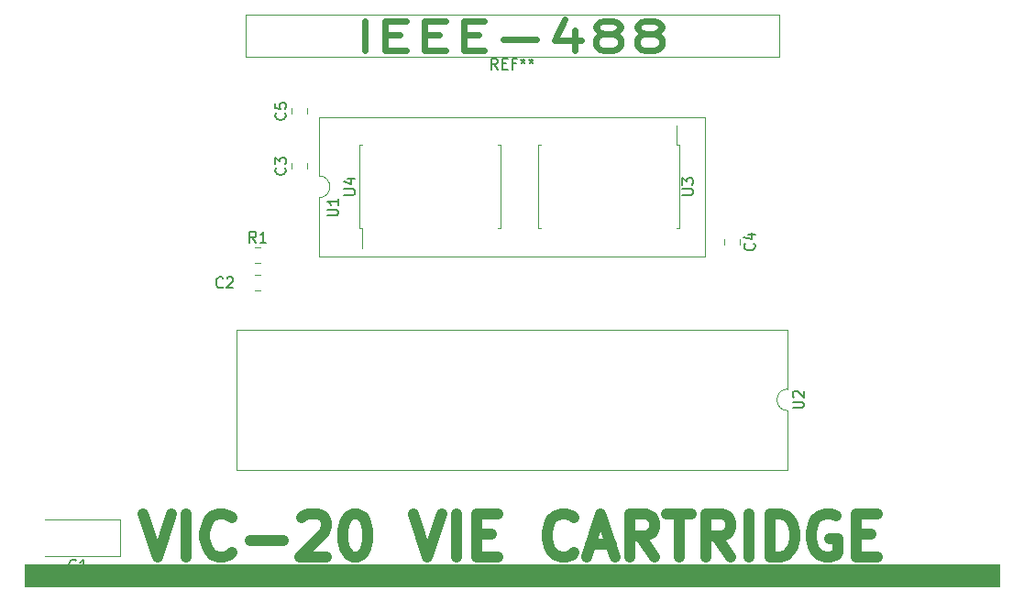
<source format=gbr>
%TF.GenerationSoftware,KiCad,Pcbnew,(5.1.9)-1*%
%TF.CreationDate,2021-06-11T00:57:41-04:00*%
%TF.ProjectId,IEEE488-VIE,49454545-3438-4382-9d56-49452e6b6963,rev?*%
%TF.SameCoordinates,Original*%
%TF.FileFunction,Legend,Top*%
%TF.FilePolarity,Positive*%
%FSLAX46Y46*%
G04 Gerber Fmt 4.6, Leading zero omitted, Abs format (unit mm)*
G04 Created by KiCad (PCBNEW (5.1.9)-1) date 2021-06-11 00:57:41*
%MOMM*%
%LPD*%
G01*
G04 APERTURE LIST*
%ADD10C,1.000000*%
%ADD11C,0.100000*%
%ADD12C,0.120000*%
%ADD13C,0.150000*%
%ADD14C,0.600000*%
G04 APERTURE END LIST*
D10*
X115764761Y-107029523D02*
X117098095Y-111029523D01*
X118431428Y-107029523D01*
X119764761Y-111029523D02*
X119764761Y-107029523D01*
X123955238Y-110648571D02*
X123764761Y-110839047D01*
X123193333Y-111029523D01*
X122812380Y-111029523D01*
X122240952Y-110839047D01*
X121860000Y-110458095D01*
X121669523Y-110077142D01*
X121479047Y-109315238D01*
X121479047Y-108743809D01*
X121669523Y-107981904D01*
X121860000Y-107600952D01*
X122240952Y-107220000D01*
X122812380Y-107029523D01*
X123193333Y-107029523D01*
X123764761Y-107220000D01*
X123955238Y-107410476D01*
X125669523Y-109505714D02*
X128717142Y-109505714D01*
X130431428Y-107410476D02*
X130621904Y-107220000D01*
X131002857Y-107029523D01*
X131955238Y-107029523D01*
X132336190Y-107220000D01*
X132526666Y-107410476D01*
X132717142Y-107791428D01*
X132717142Y-108172380D01*
X132526666Y-108743809D01*
X130240952Y-111029523D01*
X132717142Y-111029523D01*
X135193333Y-107029523D02*
X135574285Y-107029523D01*
X135955238Y-107220000D01*
X136145714Y-107410476D01*
X136336190Y-107791428D01*
X136526666Y-108553333D01*
X136526666Y-109505714D01*
X136336190Y-110267619D01*
X136145714Y-110648571D01*
X135955238Y-110839047D01*
X135574285Y-111029523D01*
X135193333Y-111029523D01*
X134812380Y-110839047D01*
X134621904Y-110648571D01*
X134431428Y-110267619D01*
X134240952Y-109505714D01*
X134240952Y-108553333D01*
X134431428Y-107791428D01*
X134621904Y-107410476D01*
X134812380Y-107220000D01*
X135193333Y-107029523D01*
X140717142Y-107029523D02*
X142050476Y-111029523D01*
X143383809Y-107029523D01*
X144717142Y-111029523D02*
X144717142Y-107029523D01*
X146621904Y-108934285D02*
X147955238Y-108934285D01*
X148526666Y-111029523D02*
X146621904Y-111029523D01*
X146621904Y-107029523D01*
X148526666Y-107029523D01*
X155574285Y-110648571D02*
X155383809Y-110839047D01*
X154812380Y-111029523D01*
X154431428Y-111029523D01*
X153860000Y-110839047D01*
X153479047Y-110458095D01*
X153288571Y-110077142D01*
X153098095Y-109315238D01*
X153098095Y-108743809D01*
X153288571Y-107981904D01*
X153479047Y-107600952D01*
X153860000Y-107220000D01*
X154431428Y-107029523D01*
X154812380Y-107029523D01*
X155383809Y-107220000D01*
X155574285Y-107410476D01*
X157098095Y-109886666D02*
X159002857Y-109886666D01*
X156717142Y-111029523D02*
X158050476Y-107029523D01*
X159383809Y-111029523D01*
X163002857Y-111029523D02*
X161669523Y-109124761D01*
X160717142Y-111029523D02*
X160717142Y-107029523D01*
X162240952Y-107029523D01*
X162621904Y-107220000D01*
X162812380Y-107410476D01*
X163002857Y-107791428D01*
X163002857Y-108362857D01*
X162812380Y-108743809D01*
X162621904Y-108934285D01*
X162240952Y-109124761D01*
X160717142Y-109124761D01*
X164145714Y-107029523D02*
X166431428Y-107029523D01*
X165288571Y-111029523D02*
X165288571Y-107029523D01*
X170050476Y-111029523D02*
X168717142Y-109124761D01*
X167764761Y-111029523D02*
X167764761Y-107029523D01*
X169288571Y-107029523D01*
X169669523Y-107220000D01*
X169860000Y-107410476D01*
X170050476Y-107791428D01*
X170050476Y-108362857D01*
X169860000Y-108743809D01*
X169669523Y-108934285D01*
X169288571Y-109124761D01*
X167764761Y-109124761D01*
X171764761Y-111029523D02*
X171764761Y-107029523D01*
X173669523Y-111029523D02*
X173669523Y-107029523D01*
X174621904Y-107029523D01*
X175193333Y-107220000D01*
X175574285Y-107600952D01*
X175764761Y-107981904D01*
X175955238Y-108743809D01*
X175955238Y-109315238D01*
X175764761Y-110077142D01*
X175574285Y-110458095D01*
X175193333Y-110839047D01*
X174621904Y-111029523D01*
X173669523Y-111029523D01*
X179764761Y-107220000D02*
X179383809Y-107029523D01*
X178812380Y-107029523D01*
X178240952Y-107220000D01*
X177860000Y-107600952D01*
X177669523Y-107981904D01*
X177479047Y-108743809D01*
X177479047Y-109315238D01*
X177669523Y-110077142D01*
X177860000Y-110458095D01*
X178240952Y-110839047D01*
X178812380Y-111029523D01*
X179193333Y-111029523D01*
X179764761Y-110839047D01*
X179955238Y-110648571D01*
X179955238Y-109315238D01*
X179193333Y-109315238D01*
X181669523Y-108934285D02*
X183002857Y-108934285D01*
X183574285Y-111029523D02*
X181669523Y-111029523D01*
X181669523Y-107029523D01*
X183574285Y-107029523D01*
D11*
%TO.C,X1*%
G36*
X194860000Y-111740000D02*
G01*
X194860000Y-113740000D01*
X104860000Y-113740000D01*
X104860000Y-111740000D01*
X194860000Y-111740000D01*
G37*
X194860000Y-111740000D02*
X194860000Y-113740000D01*
X104860000Y-113740000D01*
X104860000Y-111740000D01*
X194860000Y-111740000D01*
D12*
%TO.C,MEDGE1*%
X174498000Y-60913000D02*
X125222000Y-60913000D01*
X125222000Y-64850000D02*
X125222000Y-60913000D01*
X174498000Y-64850000D02*
X125222000Y-64850000D01*
X174498000Y-60913000D02*
X174498000Y-64850000D01*
%TO.C,R1*%
X126103748Y-82475000D02*
X126626252Y-82475000D01*
X126103748Y-83895000D02*
X126626252Y-83895000D01*
%TO.C,U1*%
X132020000Y-77835000D02*
X132020000Y-83295000D01*
X132020000Y-83295000D02*
X167700000Y-83295000D01*
X167700000Y-83295000D02*
X167700000Y-70375000D01*
X167700000Y-70375000D02*
X132020000Y-70375000D01*
X132020000Y-70375000D02*
X132020000Y-75835000D01*
X132020000Y-75835000D02*
G75*
G02*
X132020000Y-77835000I0J-1000000D01*
G01*
%TO.C,U2*%
X175320000Y-95520000D02*
X175320000Y-90060000D01*
X175320000Y-90060000D02*
X124400000Y-90060000D01*
X124400000Y-90060000D02*
X124400000Y-102980000D01*
X124400000Y-102980000D02*
X175320000Y-102980000D01*
X175320000Y-102980000D02*
X175320000Y-97520000D01*
X175320000Y-97520000D02*
G75*
G02*
X175320000Y-95520000I0J1000000D01*
G01*
%TO.C,U3*%
X152240000Y-76835000D02*
X152240000Y-80695000D01*
X152240000Y-80695000D02*
X152475000Y-80695000D01*
X152240000Y-76835000D02*
X152240000Y-72975000D01*
X152240000Y-72975000D02*
X152475000Y-72975000D01*
X165260000Y-76835000D02*
X165260000Y-80695000D01*
X165260000Y-80695000D02*
X165025000Y-80695000D01*
X165260000Y-76835000D02*
X165260000Y-72975000D01*
X165260000Y-72975000D02*
X165025000Y-72975000D01*
X165025000Y-72975000D02*
X165025000Y-71160000D01*
%TO.C,U4*%
X135965000Y-80695000D02*
X135965000Y-82510000D01*
X135730000Y-80695000D02*
X135965000Y-80695000D01*
X135730000Y-76835000D02*
X135730000Y-80695000D01*
X135730000Y-72975000D02*
X135965000Y-72975000D01*
X135730000Y-76835000D02*
X135730000Y-72975000D01*
X148750000Y-80695000D02*
X148515000Y-80695000D01*
X148750000Y-76835000D02*
X148750000Y-80695000D01*
X148750000Y-72975000D02*
X148515000Y-72975000D01*
X148750000Y-76835000D02*
X148750000Y-72975000D01*
%TO.C,C1*%
X113663000Y-107573500D02*
X106728000Y-107573500D01*
X113663000Y-110993500D02*
X113663000Y-107573500D01*
X106728000Y-110993500D02*
X113663000Y-110993500D01*
%TO.C,C2*%
X126103748Y-86435000D02*
X126626252Y-86435000D01*
X126103748Y-85015000D02*
X126626252Y-85015000D01*
%TO.C,C3*%
X130885000Y-74668748D02*
X130885000Y-75191252D01*
X129465000Y-74668748D02*
X129465000Y-75191252D01*
%TO.C,C4*%
X169470000Y-81653748D02*
X169470000Y-82176252D01*
X170890000Y-81653748D02*
X170890000Y-82176252D01*
%TO.C,C5*%
X130885000Y-69588748D02*
X130885000Y-70111252D01*
X129465000Y-69588748D02*
X129465000Y-70111252D01*
%TO.C,MEDGE1*%
D13*
X148526666Y-65972940D02*
X148193333Y-65496750D01*
X147955238Y-65972940D02*
X147955238Y-64972940D01*
X148336190Y-64972940D01*
X148431428Y-65020560D01*
X148479047Y-65068179D01*
X148526666Y-65163417D01*
X148526666Y-65306274D01*
X148479047Y-65401512D01*
X148431428Y-65449131D01*
X148336190Y-65496750D01*
X147955238Y-65496750D01*
X148955238Y-65449131D02*
X149288571Y-65449131D01*
X149431428Y-65972940D02*
X148955238Y-65972940D01*
X148955238Y-64972940D01*
X149431428Y-64972940D01*
X150193333Y-65449131D02*
X149860000Y-65449131D01*
X149860000Y-65972940D02*
X149860000Y-64972940D01*
X150336190Y-64972940D01*
X150860000Y-64972940D02*
X150860000Y-65211036D01*
X150621904Y-65115798D02*
X150860000Y-65211036D01*
X151098095Y-65115798D01*
X150717142Y-65401512D02*
X150860000Y-65211036D01*
X151002857Y-65401512D01*
X151621904Y-64972940D02*
X151621904Y-65211036D01*
X151383809Y-65115798D02*
X151621904Y-65211036D01*
X151860000Y-65115798D01*
X151479047Y-65401512D02*
X151621904Y-65211036D01*
X151764761Y-65401512D01*
D14*
X136240952Y-64236047D02*
X136240952Y-61486047D01*
X138145714Y-62795571D02*
X139479047Y-62795571D01*
X140050476Y-64236047D02*
X138145714Y-64236047D01*
X138145714Y-61486047D01*
X140050476Y-61486047D01*
X141764761Y-62795571D02*
X143098095Y-62795571D01*
X143669523Y-64236047D02*
X141764761Y-64236047D01*
X141764761Y-61486047D01*
X143669523Y-61486047D01*
X145383809Y-62795571D02*
X146717142Y-62795571D01*
X147288571Y-64236047D02*
X145383809Y-64236047D01*
X145383809Y-61486047D01*
X147288571Y-61486047D01*
X149002857Y-63188428D02*
X152050476Y-63188428D01*
X155669523Y-62402714D02*
X155669523Y-64236047D01*
X154717142Y-61355095D02*
X153764761Y-63319380D01*
X156240952Y-63319380D01*
X158336190Y-62664619D02*
X157955238Y-62533666D01*
X157764761Y-62402714D01*
X157574285Y-62140809D01*
X157574285Y-62009857D01*
X157764761Y-61747952D01*
X157955238Y-61617000D01*
X158336190Y-61486047D01*
X159098095Y-61486047D01*
X159479047Y-61617000D01*
X159669523Y-61747952D01*
X159860000Y-62009857D01*
X159860000Y-62140809D01*
X159669523Y-62402714D01*
X159479047Y-62533666D01*
X159098095Y-62664619D01*
X158336190Y-62664619D01*
X157955238Y-62795571D01*
X157764761Y-62926523D01*
X157574285Y-63188428D01*
X157574285Y-63712238D01*
X157764761Y-63974142D01*
X157955238Y-64105095D01*
X158336190Y-64236047D01*
X159098095Y-64236047D01*
X159479047Y-64105095D01*
X159669523Y-63974142D01*
X159860000Y-63712238D01*
X159860000Y-63188428D01*
X159669523Y-62926523D01*
X159479047Y-62795571D01*
X159098095Y-62664619D01*
X162145714Y-62664619D02*
X161764761Y-62533666D01*
X161574285Y-62402714D01*
X161383809Y-62140809D01*
X161383809Y-62009857D01*
X161574285Y-61747952D01*
X161764761Y-61617000D01*
X162145714Y-61486047D01*
X162907619Y-61486047D01*
X163288571Y-61617000D01*
X163479047Y-61747952D01*
X163669523Y-62009857D01*
X163669523Y-62140809D01*
X163479047Y-62402714D01*
X163288571Y-62533666D01*
X162907619Y-62664619D01*
X162145714Y-62664619D01*
X161764761Y-62795571D01*
X161574285Y-62926523D01*
X161383809Y-63188428D01*
X161383809Y-63712238D01*
X161574285Y-63974142D01*
X161764761Y-64105095D01*
X162145714Y-64236047D01*
X162907619Y-64236047D01*
X163288571Y-64105095D01*
X163479047Y-63974142D01*
X163669523Y-63712238D01*
X163669523Y-63188428D01*
X163479047Y-62926523D01*
X163288571Y-62795571D01*
X162907619Y-62664619D01*
%TO.C,R1*%
D13*
X126198333Y-81987380D02*
X125865000Y-81511190D01*
X125626904Y-81987380D02*
X125626904Y-80987380D01*
X126007857Y-80987380D01*
X126103095Y-81035000D01*
X126150714Y-81082619D01*
X126198333Y-81177857D01*
X126198333Y-81320714D01*
X126150714Y-81415952D01*
X126103095Y-81463571D01*
X126007857Y-81511190D01*
X125626904Y-81511190D01*
X127150714Y-81987380D02*
X126579285Y-81987380D01*
X126865000Y-81987380D02*
X126865000Y-80987380D01*
X126769761Y-81130238D01*
X126674523Y-81225476D01*
X126579285Y-81273095D01*
%TO.C,U1*%
X132802380Y-79501904D02*
X133611904Y-79501904D01*
X133707142Y-79454285D01*
X133754761Y-79406666D01*
X133802380Y-79311428D01*
X133802380Y-79120952D01*
X133754761Y-79025714D01*
X133707142Y-78978095D01*
X133611904Y-78930476D01*
X132802380Y-78930476D01*
X133802380Y-77930476D02*
X133802380Y-78501904D01*
X133802380Y-78216190D02*
X132802380Y-78216190D01*
X132945238Y-78311428D01*
X133040476Y-78406666D01*
X133088095Y-78501904D01*
%TO.C,U2*%
X175772380Y-97281904D02*
X176581904Y-97281904D01*
X176677142Y-97234285D01*
X176724761Y-97186666D01*
X176772380Y-97091428D01*
X176772380Y-96900952D01*
X176724761Y-96805714D01*
X176677142Y-96758095D01*
X176581904Y-96710476D01*
X175772380Y-96710476D01*
X175867619Y-96281904D02*
X175820000Y-96234285D01*
X175772380Y-96139047D01*
X175772380Y-95900952D01*
X175820000Y-95805714D01*
X175867619Y-95758095D01*
X175962857Y-95710476D01*
X176058095Y-95710476D01*
X176200952Y-95758095D01*
X176772380Y-96329523D01*
X176772380Y-95710476D01*
%TO.C,U3*%
X165552380Y-77596904D02*
X166361904Y-77596904D01*
X166457142Y-77549285D01*
X166504761Y-77501666D01*
X166552380Y-77406428D01*
X166552380Y-77215952D01*
X166504761Y-77120714D01*
X166457142Y-77073095D01*
X166361904Y-77025476D01*
X165552380Y-77025476D01*
X165552380Y-76644523D02*
X165552380Y-76025476D01*
X165933333Y-76358809D01*
X165933333Y-76215952D01*
X165980952Y-76120714D01*
X166028571Y-76073095D01*
X166123809Y-76025476D01*
X166361904Y-76025476D01*
X166457142Y-76073095D01*
X166504761Y-76120714D01*
X166552380Y-76215952D01*
X166552380Y-76501666D01*
X166504761Y-76596904D01*
X166457142Y-76644523D01*
%TO.C,U4*%
X134342380Y-77596904D02*
X135151904Y-77596904D01*
X135247142Y-77549285D01*
X135294761Y-77501666D01*
X135342380Y-77406428D01*
X135342380Y-77215952D01*
X135294761Y-77120714D01*
X135247142Y-77073095D01*
X135151904Y-77025476D01*
X134342380Y-77025476D01*
X134675714Y-76120714D02*
X135342380Y-76120714D01*
X134294761Y-76358809D02*
X135009047Y-76596904D01*
X135009047Y-75977857D01*
%TO.C,C1*%
X109561333Y-112190642D02*
X109513714Y-112238261D01*
X109370857Y-112285880D01*
X109275619Y-112285880D01*
X109132761Y-112238261D01*
X109037523Y-112143023D01*
X108989904Y-112047785D01*
X108942285Y-111857309D01*
X108942285Y-111714452D01*
X108989904Y-111523976D01*
X109037523Y-111428738D01*
X109132761Y-111333500D01*
X109275619Y-111285880D01*
X109370857Y-111285880D01*
X109513714Y-111333500D01*
X109561333Y-111381119D01*
X110513714Y-112285880D02*
X109942285Y-112285880D01*
X110228000Y-112285880D02*
X110228000Y-111285880D01*
X110132761Y-111428738D01*
X110037523Y-111523976D01*
X109942285Y-111571595D01*
%TO.C,C2*%
X123150333Y-86082142D02*
X123102714Y-86129761D01*
X122959857Y-86177380D01*
X122864619Y-86177380D01*
X122721761Y-86129761D01*
X122626523Y-86034523D01*
X122578904Y-85939285D01*
X122531285Y-85748809D01*
X122531285Y-85605952D01*
X122578904Y-85415476D01*
X122626523Y-85320238D01*
X122721761Y-85225000D01*
X122864619Y-85177380D01*
X122959857Y-85177380D01*
X123102714Y-85225000D01*
X123150333Y-85272619D01*
X123531285Y-85272619D02*
X123578904Y-85225000D01*
X123674142Y-85177380D01*
X123912238Y-85177380D01*
X124007476Y-85225000D01*
X124055095Y-85272619D01*
X124102714Y-85367857D01*
X124102714Y-85463095D01*
X124055095Y-85605952D01*
X123483666Y-86177380D01*
X124102714Y-86177380D01*
%TO.C,C3*%
X128881142Y-75096666D02*
X128928761Y-75144285D01*
X128976380Y-75287142D01*
X128976380Y-75382380D01*
X128928761Y-75525238D01*
X128833523Y-75620476D01*
X128738285Y-75668095D01*
X128547809Y-75715714D01*
X128404952Y-75715714D01*
X128214476Y-75668095D01*
X128119238Y-75620476D01*
X128024000Y-75525238D01*
X127976380Y-75382380D01*
X127976380Y-75287142D01*
X128024000Y-75144285D01*
X128071619Y-75096666D01*
X127976380Y-74763333D02*
X127976380Y-74144285D01*
X128357333Y-74477619D01*
X128357333Y-74334761D01*
X128404952Y-74239523D01*
X128452571Y-74191904D01*
X128547809Y-74144285D01*
X128785904Y-74144285D01*
X128881142Y-74191904D01*
X128928761Y-74239523D01*
X128976380Y-74334761D01*
X128976380Y-74620476D01*
X128928761Y-74715714D01*
X128881142Y-74763333D01*
%TO.C,C4*%
X172187142Y-82081666D02*
X172234761Y-82129285D01*
X172282380Y-82272142D01*
X172282380Y-82367380D01*
X172234761Y-82510238D01*
X172139523Y-82605476D01*
X172044285Y-82653095D01*
X171853809Y-82700714D01*
X171710952Y-82700714D01*
X171520476Y-82653095D01*
X171425238Y-82605476D01*
X171330000Y-82510238D01*
X171282380Y-82367380D01*
X171282380Y-82272142D01*
X171330000Y-82129285D01*
X171377619Y-82081666D01*
X171615714Y-81224523D02*
X172282380Y-81224523D01*
X171234761Y-81462619D02*
X171949047Y-81700714D01*
X171949047Y-81081666D01*
%TO.C,C5*%
X128881142Y-70016666D02*
X128928761Y-70064285D01*
X128976380Y-70207142D01*
X128976380Y-70302380D01*
X128928761Y-70445238D01*
X128833523Y-70540476D01*
X128738285Y-70588095D01*
X128547809Y-70635714D01*
X128404952Y-70635714D01*
X128214476Y-70588095D01*
X128119238Y-70540476D01*
X128024000Y-70445238D01*
X127976380Y-70302380D01*
X127976380Y-70207142D01*
X128024000Y-70064285D01*
X128071619Y-70016666D01*
X127976380Y-69111904D02*
X127976380Y-69588095D01*
X128452571Y-69635714D01*
X128404952Y-69588095D01*
X128357333Y-69492857D01*
X128357333Y-69254761D01*
X128404952Y-69159523D01*
X128452571Y-69111904D01*
X128547809Y-69064285D01*
X128785904Y-69064285D01*
X128881142Y-69111904D01*
X128928761Y-69159523D01*
X128976380Y-69254761D01*
X128976380Y-69492857D01*
X128928761Y-69588095D01*
X128881142Y-69635714D01*
%TD*%
M02*

</source>
